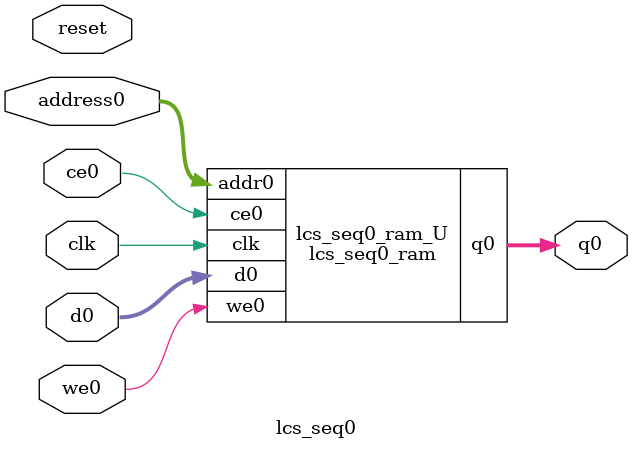
<source format=v>
`timescale 1 ns / 1 ps
module lcs_seq0_ram (addr0, ce0, d0, we0, q0,  clk);

parameter DWIDTH = 8;
parameter AWIDTH = 3;
parameter MEM_SIZE = 8;

input[AWIDTH-1:0] addr0;
input ce0;
input[DWIDTH-1:0] d0;
input we0;
output reg[DWIDTH-1:0] q0;
input clk;

(* ram_style = "distributed" *)reg [DWIDTH-1:0] ram[0:MEM_SIZE-1];




always @(posedge clk)  
begin 
    if (ce0) begin
        if (we0) 
            ram[addr0] <= d0; 
        q0 <= ram[addr0];
    end
end


endmodule

`timescale 1 ns / 1 ps
module lcs_seq0(
    reset,
    clk,
    address0,
    ce0,
    we0,
    d0,
    q0);

parameter DataWidth = 32'd8;
parameter AddressRange = 32'd8;
parameter AddressWidth = 32'd3;
input reset;
input clk;
input[AddressWidth - 1:0] address0;
input ce0;
input we0;
input[DataWidth - 1:0] d0;
output[DataWidth - 1:0] q0;



lcs_seq0_ram lcs_seq0_ram_U(
    .clk( clk ),
    .addr0( address0 ),
    .ce0( ce0 ),
    .we0( we0 ),
    .d0( d0 ),
    .q0( q0 ));

endmodule


</source>
